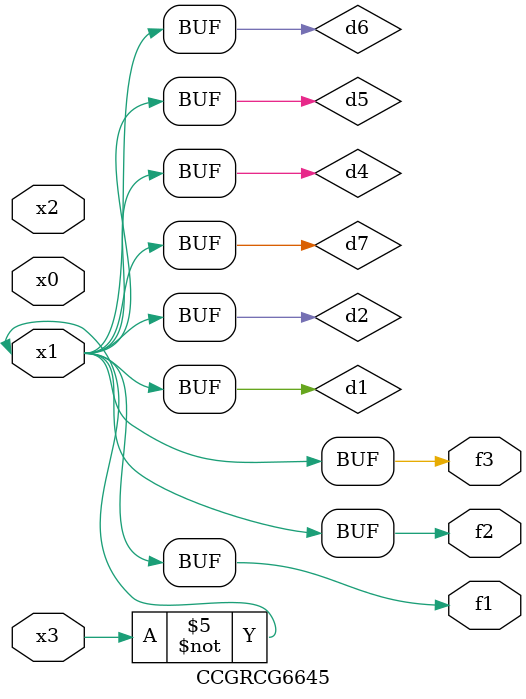
<source format=v>
module CCGRCG6645(
	input x0, x1, x2, x3,
	output f1, f2, f3
);

	wire d1, d2, d3, d4, d5, d6, d7;

	not (d1, x3);
	buf (d2, x1);
	xnor (d3, d1, d2);
	nor (d4, d1);
	buf (d5, d1, d2);
	buf (d6, d4, d5);
	nand (d7, d4);
	assign f1 = d6;
	assign f2 = d7;
	assign f3 = d6;
endmodule

</source>
